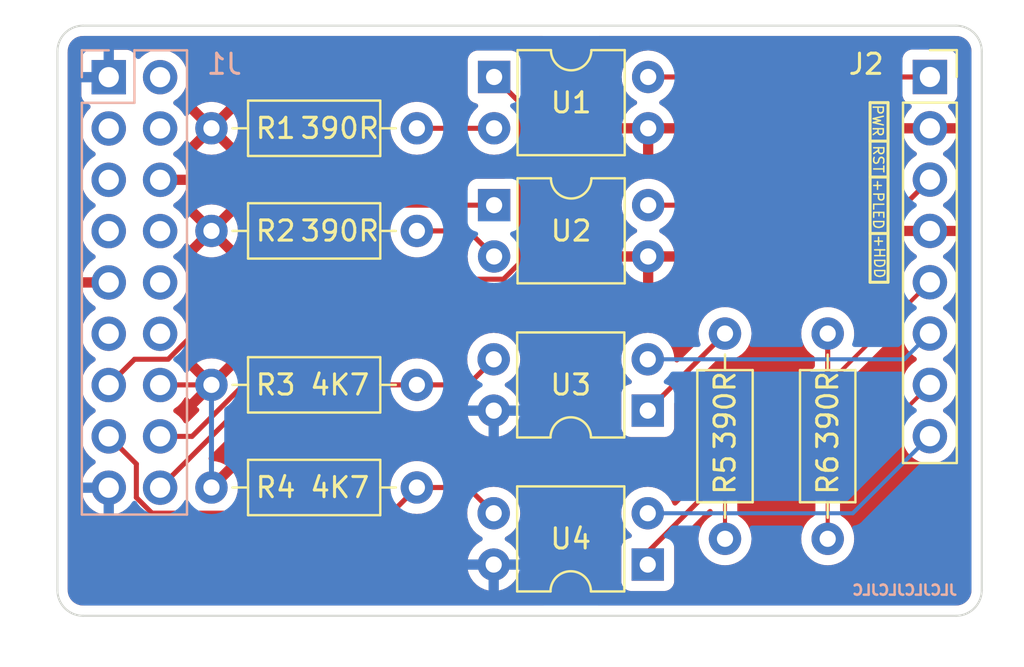
<source format=kicad_pcb>
(kicad_pcb (version 20211014) (generator pcbnew)
  (layers (0 "F.Cu" signal) (31 "B.Cu" signal) (34 "B.Paste" user) (35 "F.Paste" user) (36 "B.SilkS" user "B.Silkscreen") (37 "F.SilkS" user "F.Silkscreen") (38 "B.Mask" user) (39 "F.Mask" user) (44 "Edge.Cuts" user))
  (net 0 "")
  (net 1 "+3V3")
  (net 5 "GND1")
  (net 9 "PLED")
  (net 10 "IDLE_LED")
  (net 12 "RSTSW")
  (net 15 "PWRSW")
  (net 16 "Net-(R1-Pad2)")
  (net 17 "Net-(R2-Pad2)")
  (net 18 "PWR+")
  (net 19 "GND2")
  (net 20 "RST+")
  (net 21 "PLED+")
  (net 22 "PLED-")
  (net 23 "IDLE_LED+")
  (net 24 "IDLE_LED-")
  (net 25 "Net-(R5-Pad1)")
  (net 26 "Net-(R6-Pad1)")
  (footprint "Package_DIP:DIP-4_W7.62mm" (layer "F.Cu") (at 57.14 44.455 180)
    (fp_text reference "U3" (at 3.81 1.275) (layer "F.SilkS"))
    (fp_text value "TLP222A")
    (fp_line (start 1.16 -1.33) (end 1.16 3.87) (layer "F.SilkS") (width 0.12))
    (fp_line (start 1.16 3.87) (end 6.46 3.87) (layer "F.SilkS") (width 0.12))
    (fp_line (start 6.46 -1.33) (end 4.81 -1.33) (layer "F.SilkS") (width 0.12))
    (fp_line (start 6.46 3.87) (end 6.46 -1.33) (layer "F.SilkS") (width 0.12))
    (fp_line (start 2.81 -1.33) (end 1.16 -1.33) (layer "F.SilkS") (width 0.12))
    (fp_arc (start 4.81 -1.33) (mid 3.81 -0.33) (end 2.81 -1.33) (layer "F.SilkS") (width 0.12))
    (pad "1" thru_hole rect (at 0 0 180) (size 1.6 1.6) (drill 0.8) (layers *.Cu *.Mask) (net 25 "Net-(R5-Pad1)"))
    (pad "2" thru_hole oval (at 0 2.54 180) (size 1.6 1.6) (drill 0.8) (layers *.Cu *.Mask) (net 22 "PLED-"))
    (pad "3" thru_hole oval (at 7.62 2.54 180) (size 1.6 1.6) (drill 0.8) (layers *.Cu *.Mask) (net 9 "PLED"))
    (pad "4" thru_hole oval (at 7.62 0 180) (size 1.6 1.6) (drill 0.8) (layers *.Cu *.Mask) (net 1 "+3V3"))
  )
  (footprint "Connector_PinSocket_2.54mm:PinSocket_1x08_P2.54mm_Vertical" (layer "F.Cu") (at 71.095 27.94)
    (fp_text reference "J2" (at -3.15 -0.635) (layer "F.SilkS"))
    (fp_text value "Conn_01x08")
    (fp_line (start 1.33 1.27) (end 1.33 19.11) (layer "F.SilkS") (width 0.12))
    (fp_line (start 0 -1.33) (end 1.33 -1.33) (layer "F.SilkS") (width 0.12))
    (fp_line (start 1.33 -1.33) (end 1.33 0) (layer "F.SilkS") (width 0.12))
    (fp_line (start -1.33 19.11) (end 1.33 19.11) (layer "F.SilkS") (width 0.12))
    (fp_line (start -1.33 1.27) (end 1.33 1.27) (layer "F.SilkS") (width 0.12))
    (fp_line (start -1.33 1.27) (end -1.33 19.11) (layer "F.SilkS") (width 0.12))
    (pad "1" thru_hole rect (at 0 0) (size 1.7 1.7) (drill 1) (layers *.Cu *.Mask) (net 18 "PWR+"))
    (pad "2" thru_hole oval (at 0 2.54) (size 1.7 1.7) (drill 1) (layers *.Cu *.Mask) (net 19 "GND2"))
    (pad "3" thru_hole oval (at 0 5.08) (size 1.7 1.7) (drill 1) (layers *.Cu *.Mask) (net 20 "RST+"))
    (pad "4" thru_hole oval (at 0 7.62) (size 1.7 1.7) (drill 1) (layers *.Cu *.Mask) (net 19 "GND2"))
    (pad "5" thru_hole oval (at 0 10.16) (size 1.7 1.7) (drill 1) (layers *.Cu *.Mask) (net 21 "PLED+"))
    (pad "6" thru_hole oval (at 0 12.7) (size 1.7 1.7) (drill 1) (layers *.Cu *.Mask) (net 22 "PLED-"))
    (pad "7" thru_hole oval (at 0 15.24) (size 1.7 1.7) (drill 1) (layers *.Cu *.Mask) (net 23 "IDLE_LED+"))
    (pad "8" thru_hole oval (at 0 17.78) (size 1.7 1.7) (drill 1) (layers *.Cu *.Mask) (net 24 "IDLE_LED-"))
  )
  (footprint "Resistor_THT:R_Axial_DIN0207_L6.3mm_D2.5mm_P10.16mm_Horizontal" (layer "F.Cu") (at 35.56 43.18)
    (fp_text reference "R3" (at 3.175 0) (layer "F.SilkS"))
    (fp_text value "4K7" (at 6.35 0) (layer "F.SilkS"))
    (fp_line (start 8.35 1.37) (end 8.35 -1.37) (layer "F.SilkS") (width 0.12))
    (fp_line (start 1.81 1.37) (end 8.35 1.37) (layer "F.SilkS") (width 0.12))
    (fp_line (start 1.04 0) (end 1.81 0) (layer "F.SilkS") (width 0.12))
    (fp_line (start 8.35 -1.37) (end 1.81 -1.37) (layer "F.SilkS") (width 0.12))
    (fp_line (start 1.81 -1.37) (end 1.81 1.37) (layer "F.SilkS") (width 0.12))
    (fp_line (start 9.12 0) (end 8.35 0) (layer "F.SilkS") (width 0.12))
    (pad "1" thru_hole circle (at 0 0) (size 1.6 1.6) (drill 0.8) (layers *.Cu *.Mask) (net 5 "GND1"))
    (pad "2" thru_hole oval (at 10.16 0) (size 1.6 1.6) (drill 0.8) (layers *.Cu *.Mask) (net 9 "PLED"))
  )
  (footprint "Resistor_THT:R_Axial_DIN0207_L6.3mm_D2.5mm_P10.16mm_Horizontal" (layer "F.Cu") (at 35.56 30.48)
    (fp_text reference "R1" (at 3.175 0) (layer "F.SilkS"))
    (fp_text value "390R" (at 6.35 0) (layer "F.SilkS"))
    (fp_line (start 8.35 1.37) (end 8.35 -1.37) (layer "F.SilkS") (width 0.12))
    (fp_line (start 1.81 -1.37) (end 1.81 1.37) (layer "F.SilkS") (width 0.12))
    (fp_line (start 9.12 0) (end 8.35 0) (layer "F.SilkS") (width 0.12))
    (fp_line (start 1.04 0) (end 1.81 0) (layer "F.SilkS") (width 0.12))
    (fp_line (start 8.35 -1.37) (end 1.81 -1.37) (layer "F.SilkS") (width 0.12))
    (fp_line (start 1.81 1.37) (end 8.35 1.37) (layer "F.SilkS") (width 0.12))
    (pad "1" thru_hole circle (at 0 0) (size 1.6 1.6) (drill 0.8) (layers *.Cu *.Mask) (net 5 "GND1"))
    (pad "2" thru_hole oval (at 10.16 0) (size 1.6 1.6) (drill 0.8) (layers *.Cu *.Mask) (net 16 "Net-(R1-Pad2)"))
  )
  (footprint "Package_DIP:DIP-4_W7.62mm" (layer "F.Cu") (at 49.54 27.94)
    (fp_text reference "U1" (at 3.81 1.275) (layer "F.SilkS"))
    (fp_text value "TLP222A")
    (fp_line (start 6.46 3.87) (end 6.46 -1.33) (layer "F.SilkS") (width 0.12))
    (fp_line (start 6.46 -1.33) (end 4.81 -1.33) (layer "F.SilkS") (width 0.12))
    (fp_line (start 1.16 -1.33) (end 1.16 3.87) (layer "F.SilkS") (width 0.12))
    (fp_line (start 1.16 3.87) (end 6.46 3.87) (layer "F.SilkS") (width 0.12))
    (fp_line (start 2.81 -1.33) (end 1.16 -1.33) (layer "F.SilkS") (width 0.12))
    (fp_arc (start 4.81 -1.33) (mid 3.81 -0.33) (end 2.81 -1.33) (layer "F.SilkS") (width 0.12))
    (pad "1" thru_hole rect (at 0 0) (size 1.6 1.6) (drill 0.8) (layers *.Cu *.Mask) (net 15 "PWRSW"))
    (pad "2" thru_hole oval (at 0 2.54) (size 1.6 1.6) (drill 0.8) (layers *.Cu *.Mask) (net 16 "Net-(R1-Pad2)"))
    (pad "3" thru_hole oval (at 7.62 2.54) (size 1.6 1.6) (drill 0.8) (layers *.Cu *.Mask) (net 19 "GND2"))
    (pad "4" thru_hole oval (at 7.62 0) (size 1.6 1.6) (drill 0.8) (layers *.Cu *.Mask) (net 18 "PWR+"))
  )
  (footprint "Package_DIP:DIP-4_W7.62mm" (layer "F.Cu") (at 57.14 52.075 180)
    (fp_text reference "U4" (at 3.81 1.275) (layer "F.SilkS"))
    (fp_text value "TLP222A")
    (fp_line (start 2.81 -1.33) (end 1.16 -1.33) (layer "F.SilkS") (width 0.12))
    (fp_line (start 1.16 3.87) (end 6.46 3.87) (layer "F.SilkS") (width 0.12))
    (fp_line (start 6.46 -1.33) (end 4.81 -1.33) (layer "F.SilkS") (width 0.12))
    (fp_line (start 1.16 -1.33) (end 1.16 3.87) (layer "F.SilkS") (width 0.12))
    (fp_line (start 6.46 3.87) (end 6.46 -1.33) (layer "F.SilkS") (width 0.12))
    (fp_arc (start 4.81 -1.33) (mid 3.81 -0.33) (end 2.81 -1.33) (layer "F.SilkS") (width 0.12))
    (pad "1" thru_hole rect (at 0 0 180) (size 1.6 1.6) (drill 0.8) (layers *.Cu *.Mask) (net 26 "Net-(R6-Pad1)"))
    (pad "2" thru_hole oval (at 0 2.54 180) (size 1.6 1.6) (drill 0.8) (layers *.Cu *.Mask) (net 24 "IDLE_LED-"))
    (pad "3" thru_hole oval (at 7.62 2.54 180) (size 1.6 1.6) (drill 0.8) (layers *.Cu *.Mask) (net 10 "IDLE_LED"))
    (pad "4" thru_hole oval (at 7.62 0 180) (size 1.6 1.6) (drill 0.8) (layers *.Cu *.Mask) (net 1 "+3V3"))
  )
  (footprint "Resistor_THT:R_Axial_DIN0207_L6.3mm_D2.5mm_P10.16mm_Horizontal" (layer "F.Cu") (at 66.04 40.64 -90)
    (fp_text reference "R6" (at 6.985 0 90) (layer "F.SilkS"))
    (fp_text value "390R" (at 3.81 0 90) (layer "F.SilkS"))
    (fp_line (start 9.12 0) (end 8.35 0) (layer "F.SilkS") (width 0.12))
    (fp_line (start 8.35 -1.37) (end 1.81 -1.37) (layer "F.SilkS") (width 0.12))
    (fp_line (start 1.04 0) (end 1.81 0) (layer "F.SilkS") (width 0.12))
    (fp_line (start 1.81 -1.37) (end 1.81 1.37) (layer "F.SilkS") (width 0.12))
    (fp_line (start 8.35 1.37) (end 8.35 -1.37) (layer "F.SilkS") (width 0.12))
    (fp_line (start 1.81 1.37) (end 8.35 1.37) (layer "F.SilkS") (width 0.12))
    (pad "1" thru_hole circle (at 0 0 270) (size 1.6 1.6) (drill 0.8) (layers *.Cu *.Mask) (net 26 "Net-(R6-Pad1)"))
    (pad "2" thru_hole oval (at 10.16 0 270) (size 1.6 1.6) (drill 0.8) (layers *.Cu *.Mask) (net 23 "IDLE_LED+"))
  )
  (footprint "Resistor_THT:R_Axial_DIN0207_L6.3mm_D2.5mm_P10.16mm_Horizontal" (layer "F.Cu") (at 35.56 35.56)
    (fp_text reference "R2" (at 3.175 0) (layer "F.SilkS"))
    (fp_text value "390R" (at 6.35 0) (layer "F.SilkS"))
    (fp_line (start 8.35 -1.37) (end 1.81 -1.37) (layer "F.SilkS") (width 0.12))
    (fp_line (start 1.04 0) (end 1.81 0) (layer "F.SilkS") (width 0.12))
    (fp_line (start 8.35 1.37) (end 8.35 -1.37) (layer "F.SilkS") (width 0.12))
    (fp_line (start 1.81 1.37) (end 8.35 1.37) (layer "F.SilkS") (width 0.12))
    (fp_line (start 1.81 -1.37) (end 1.81 1.37) (layer "F.SilkS") (width 0.12))
    (fp_line (start 9.12 0) (end 8.35 0) (layer "F.SilkS") (width 0.12))
    (pad "1" thru_hole circle (at 0 0) (size 1.6 1.6) (drill 0.8) (layers *.Cu *.Mask) (net 5 "GND1"))
    (pad "2" thru_hole oval (at 10.16 0) (size 1.6 1.6) (drill 0.8) (layers *.Cu *.Mask) (net 17 "Net-(R2-Pad2)"))
  )
  (footprint "Resistor_THT:R_Axial_DIN0207_L6.3mm_D2.5mm_P10.16mm_Horizontal" (layer "F.Cu") (at 60.96 40.64 -90)
    (fp_text reference "R5" (at 6.985 0 90) (layer "F.SilkS"))
    (fp_text value "390R" (at 3.81 0 90) (layer "F.SilkS"))
    (fp_line (start 1.81 -1.37) (end 1.81 1.37) (layer "F.SilkS") (width 0.12))
    (fp_line (start 8.35 1.37) (end 8.35 -1.37) (layer "F.SilkS") (width 0.12))
    (fp_line (start 1.81 1.37) (end 8.35 1.37) (layer "F.SilkS") (width 0.12))
    (fp_line (start 9.12 0) (end 8.35 0) (layer "F.SilkS") (width 0.12))
    (fp_line (start 1.04 0) (end 1.81 0) (layer "F.SilkS") (width 0.12))
    (fp_line (start 8.35 -1.37) (end 1.81 -1.37) (layer "F.SilkS") (width 0.12))
    (pad "1" thru_hole circle (at 0 0 270) (size 1.6 1.6) (drill 0.8) (layers *.Cu *.Mask) (net 25 "Net-(R5-Pad1)"))
    (pad "2" thru_hole oval (at 10.16 0 270) (size 1.6 1.6) (drill 0.8) (layers *.Cu *.Mask) (net 21 "PLED+"))
  )
  (footprint "Package_DIP:DIP-4_W7.62mm" (layer "F.Cu") (at 49.54 34.285)
    (fp_text reference "U2" (at 3.81 1.275) (layer "F.SilkS"))
    (fp_text value "TLP222A")
    (fp_line (start 1.16 3.87) (end 6.46 3.87) (layer "F.SilkS") (width 0.12))
    (fp_line (start 6.46 -1.33) (end 4.81 -1.33) (layer "F.SilkS") (width 0.12))
    (fp_line (start 2.81 -1.33) (end 1.16 -1.33) (layer "F.SilkS") (width 0.12))
    (fp_line (start 6.46 3.87) (end 6.46 -1.33) (layer "F.SilkS") (width 0.12))
    (fp_line (start 1.16 -1.33) (end 1.16 3.87) (layer "F.SilkS") (width 0.12))
    (fp_arc (start 4.81 -1.33) (mid 3.81 -0.33) (end 2.81 -1.33) (layer "F.SilkS") (width 0.12))
    (pad "1" thru_hole rect (at 0 0) (size 1.6 1.6) (drill 0.8) (layers *.Cu *.Mask) (net 12 "RSTSW"))
    (pad "2" thru_hole oval (at 0 2.54) (size 1.6 1.6) (drill 0.8) (layers *.Cu *.Mask) (net 17 "Net-(R2-Pad2)"))
    (pad "3" thru_hole oval (at 7.62 2.54) (size 1.6 1.6) (drill 0.8) (layers *.Cu *.Mask) (net 19 "GND2"))
    (pad "4" thru_hole oval (at 7.62 0) (size 1.6 1.6) (drill 0.8) (layers *.Cu *.Mask) (net 20 "RST+"))
  )
  (footprint "Resistor_THT:R_Axial_DIN0207_L6.3mm_D2.5mm_P10.16mm_Horizontal" (layer "F.Cu") (at 35.56 48.26)
    (fp_text reference "R4" (at 3.175 0) (layer "F.SilkS"))
    (fp_text value "4K7" (at 6.35 0) (layer "F.SilkS"))
    (fp_line (start 8.35 1.37) (end 8.35 -1.37) (layer "F.SilkS") (width 0.12))
    (fp_line (start 9.12 0) (end 8.35 0) (layer "F.SilkS") (width 0.12))
    (fp_line (start 1.04 0) (end 1.81 0) (layer "F.SilkS") (width 0.12))
    (fp_line (start 1.81 1.37) (end 8.35 1.37) (layer "F.SilkS") (width 0.12))
    (fp_line (start 8.35 -1.37) (end 1.81 -1.37) (layer "F.SilkS") (width 0.12))
    (fp_line (start 1.81 -1.37) (end 1.81 1.37) (layer "F.SilkS") (width 0.12))
    (pad "1" thru_hole circle (at 0 0) (size 1.6 1.6) (drill 0.8) (layers *.Cu *.Mask) (net 5 "GND1"))
    (pad "2" thru_hole oval (at 10.16 0) (size 1.6 1.6) (drill 0.8) (layers *.Cu *.Mask) (net 10 "IDLE_LED"))
  )
  (footprint "Connector_PinSocket_2.54mm:PinSocket_2x09_P2.54mm_Vertical" (layer "B.Cu") (at 30.48 27.95 180)
    (fp_text reference "J1" (at -5.715 0.645) (layer "B.SilkS") (effects (justify mirror)))
    (fp_text value "Raspberry_Pi_2_3")
    (fp_line (start -3.87 1.33) (end -3.87 -21.65) (layer "B.SilkS") (width 0.12))
    (fp_line (start 1.33 -1.27) (end 1.33 -21.65) (layer "B.SilkS") (width 0.12))
    (fp_line (start -1.27 1.33) (end -1.27 -1.27) (layer "B.SilkS") (width 0.12))
    (fp_line (start -3.87 1.33) (end -1.27 1.33) (layer "B.SilkS") (width 0.12))
    (fp_line (start 0 1.33) (end 1.33 1.33) (layer "B.SilkS") (width 0.12))
    (fp_line (start -1.27 -1.27) (end 1.33 -1.27) (layer "B.SilkS") (width 0.12))
    (fp_line (start 1.33 1.33) (end 1.33 0) (layer "B.SilkS") (width 0.12))
    (fp_line (start -3.87 -21.65) (end 1.33 -21.65) (layer "B.SilkS") (width 0.12))
    (pad "1" thru_hole rect (at 0 0 180) (size 1.7 1.7) (drill 1) (layers *.Cu *.Mask) (net 1 "+3V3"))
    (pad "2" thru_hole oval (at -2.54 0 180) (size 1.7 1.7) (drill 1) (layers *.Cu *.Mask))
    (pad "3" thru_hole oval (at 0 -2.54 180) (size 1.7 1.7) (drill 1) (layers *.Cu *.Mask))
    (pad "4" thru_hole oval (at -2.54 -2.54 180) (size 1.7 1.7) (drill 1) (layers *.Cu *.Mask))
    (pad "5" thru_hole oval (at 0 -5.08 180) (size 1.7 1.7) (drill 1) (layers *.Cu *.Mask))
    (pad "6" thru_hole oval (at -2.54 -5.08 180) (size 1.7 1.7) (drill 1) (layers *.Cu *.Mask) (net 5 "GND1"))
    (pad "7" thru_hole oval (at 0 -7.62 180) (size 1.7 1.7) (drill 1) (layers *.Cu *.Mask))
    (pad "8" thru_hole oval (at -2.54 -7.62 180) (size 1.7 1.7) (drill 1) (layers *.Cu *.Mask))
    (pad "9" thru_hole oval (at 0 -10.16 180) (size 1.7 1.7) (drill 1) (layers *.Cu *.Mask) (net 5 "GND1"))
    (pad "10" thru_hole oval (at -2.54 -10.16 180) (size 1.7 1.7) (drill 1) (layers *.Cu *.Mask))
    (pad "11" thru_hole oval (at 0 -12.7 180) (size 1.7 1.7) (drill 1) (layers *.Cu *.Mask))
    (pad "12" thru_hole oval (at -2.54 -12.7 180) (size 1.7 1.7) (drill 1) (layers *.Cu *.Mask))
    (pad "13" thru_hole oval (at 0 -15.24 180) (size 1.7 1.7) (drill 1) (layers *.Cu *.Mask) (net 12 "RSTSW"))
    (pad "14" thru_hole oval (at -2.54 -15.24 180) (size 1.7 1.7) (drill 1) (layers *.Cu *.Mask) (net 5 "GND1"))
    (pad "15" thru_hole oval (at 0 -17.78 180) (size 1.7 1.7) (drill 1) (layers *.Cu *.Mask) (net 10 "IDLE_LED"))
    (pad "16" thru_hole oval (at -2.54 -17.78 180) (size 1.7 1.7) (drill 1) (layers *.Cu *.Mask) (net 15 "PWRSW"))
    (pad "17" thru_hole oval (at 0 -20.32 180) (size 1.7 1.7) (drill 1) (layers *.Cu *.Mask) (net 1 "+3V3"))
    (pad "18" thru_hole oval (at -2.54 -20.32 180) (size 1.7 1.7) (drill 1) (layers *.Cu *.Mask) (net 9 "PLED"))
  )
  (gr_line (start 69.0245 29.21) (end 68.1355 29.21) (layer "F.SilkS") (width 0.15))
  (gr_line (start 68.1355 38.1) (end 69.0245 38.1) (layer "F.SilkS") (width 0.15))
  (gr_line (start 69.0245 38.1) (end 69.0245 29.21) (layer "F.SilkS") (width 0.15))
  (gr_line (start 68.1355 32.893) (end 69.0245 32.893) (layer "F.SilkS") (width 0.15))
  (gr_line (start 68.1355 29.21) (end 68.1355 38.1) (layer "F.SilkS") (width 0.15))
  (gr_line (start 68.1355 31.115) (end 69.0245 31.115) (layer "F.SilkS") (width 0.15))
  (gr_line (start 68.1355 35.687) (end 69.0245 35.687) (layer "F.SilkS") (width 0.15))
  (gr_arc (start 72.39 25.4) (mid 73.288026 25.771974) (end 73.66 26.67) (layer "Edge.Cuts") (width 0.1))
  (gr_line (start 72.39 25.4) (end 29.21 25.4) (layer "Edge.Cuts") (width 0.1))
  (gr_arc (start 73.66 53.34) (mid 73.288026 54.238026) (end 72.39 54.61) (layer "Edge.Cuts") (width 0.1))
  (gr_arc (start 29.21 54.61) (mid 28.311974 54.238026) (end 27.94 53.34) (layer "Edge.Cuts") (width 0.1))
  (gr_line (start 29.21 54.61) (end 72.39 54.61) (layer "Edge.Cuts") (width 0.1))
  (gr_arc (start 27.94 26.67) (mid 28.311974 25.771974) (end 29.21 25.4) (layer "Edge.Cuts") (width 0.1))
  (gr_line (start 73.66 53.34) (end 73.66 26.67) (layer "Edge.Cuts") (width 0.1))
  (gr_line (start 27.94 26.67) (end 27.94 53.34) (layer "Edge.Cuts") (width 0.1))
  (gr_text "JLCJLCJLCJLC" (at 69.85 53.34) (layer "B.SilkS") (effects (font (size 0.5 0.5) (thickness 0.125)) (justify mirror)))
  (gr_text "RST" (at 68.5419 32.004 270) (layer "F.SilkS") (effects (font (size 0.5 0.5) (thickness 0.075))))
  (gr_text "PWR" (at 68.5165 30.099 270) (layer "F.SilkS") (effects (font (size 0.5 0.5) (thickness 0.075))))
  (gr_text "+PLED" (at 68.5419 34.2392 270) (layer "F.SilkS") (effects (font (size 0.5 0.5) (thickness 0.075))))
  (gr_text "+HDD" (at 68.5927 36.83 270) (layer "F.SilkS") (effects (font (size 0.5 0.5) (thickness 0.075))))
  (segment (start 33.03 43.18) (end 33.02 43.19) (width 0.25) (layer "F.Cu") (net 5))
  (segment (start 35.56 43.18) (end 33.03 43.18) (width 0.25) (layer "F.Cu") (net 5))
  (segment (start 35.56 43.18) (end 35.56 48.26) (width 0.25) (layer "B.Cu") (net 5))
  (segment (start 33.02 48.27) (end 38.11 43.18) (width 0.25) (layer "F.Cu") (net 9))
  (segment (start 45.72 43.18) (end 48.255 43.18) (width 0.25) (layer "F.Cu") (net 9))
  (segment (start 38.11 43.18) (end 45.72 43.18) (width 0.25) (layer "F.Cu") (net 9))
  (segment (start 48.255 43.18) (end 49.52 41.915) (width 0.25) (layer "F.Cu") (net 9))
  (segment (start 31.845489 48.756499) (end 32.61899 49.53) (width 0.25) (layer "F.Cu") (net 10))
  (segment (start 30.48 45.73) (end 31.845489 47.095489) (width 0.25) (layer "F.Cu") (net 10))
  (segment (start 45.72 48.26) (end 48.245 48.26) (width 0.25) (layer "F.Cu") (net 10))
  (segment (start 31.845489 47.095489) (end 31.845489 48.756499) (width 0.25) (layer "F.Cu") (net 10))
  (segment (start 44.45 49.53) (end 45.72 48.26) (width 0.25) (layer "F.Cu") (net 10))
  (segment (start 32.61899 49.53) (end 44.45 49.53) (width 0.25) (layer "F.Cu") (net 10))
  (segment (start 48.245 48.26) (end 49.52 49.535) (width 0.25) (layer "F.Cu") (net 10))
  (segment (start 41.04601 34.285) (end 33.42101 41.91) (width 0.25) (layer "F.Cu") (net 12))
  (segment (start 49.54 34.285) (end 41.04601 34.285) (width 0.25) (layer "F.Cu") (net 12))
  (segment (start 33.42101 41.91) (end 31.76 41.91) (width 0.25) (layer "F.Cu") (net 12))
  (segment (start 31.76 41.91) (end 30.48 43.19) (width 0.25) (layer "F.Cu") (net 12))
  (segment (start 33.02 45.73) (end 34.6003 45.73) (width 0.25) (layer "F.Cu") (net 15))
  (segment (start 34.6003 45.73) (end 42.380789 37.949511) (width 0.25) (layer "F.Cu") (net 15))
  (segment (start 50.005789 37.949511) (end 50.8 37.1553) (width 0.25) (layer "F.Cu") (net 15))
  (segment (start 50.8 29.2) (end 49.54 27.94) (width 0.25) (layer "F.Cu") (net 15))
  (segment (start 50.8 37.1553) (end 50.8 29.2) (width 0.25) (layer "F.Cu") (net 15))
  (segment (start 42.380789 37.949511) (end 50.005789 37.949511) (width 0.25) (layer "F.Cu") (net 15))
  (segment (start 45.72 30.48) (end 49.54 30.48) (width 0.25) (layer "F.Cu") (net 16))
  (segment (start 45.72 35.56) (end 48.275 35.56) (width 0.25) (layer "F.Cu") (net 17))
  (segment (start 48.275 35.56) (end 49.54 36.825) (width 0.25) (layer "F.Cu") (net 17))
  (segment (start 57.16 27.94) (end 71.095 27.94) (width 0.25) (layer "F.Cu") (net 18))
  (segment (start 57.16 34.285) (end 69.83 34.285) (width 0.25) (layer "F.Cu") (net 20))
  (segment (start 69.83 34.285) (end 71.095 33.02) (width 0.25) (layer "F.Cu") (net 20))
  (segment (start 60.96 48.235) (end 71.095 38.1) (width 0.2) (layer "F.Cu") (net 21))
  (segment (start 60.96 50.8) (end 60.96 48.235) (width 0.2) (layer "F.Cu") (net 21))
  (segment (start 57.14 41.915) (end 69.82 41.915) (width 0.2) (layer "B.Cu") (net 22))
  (segment (start 69.82 41.915) (end 71.095 40.64) (width 0.2) (layer "B.Cu") (net 22))
  (segment (start 66.04 48.235) (end 71.095 43.18) (width 0.2) (layer "F.Cu") (net 23))
  (segment (start 66.04 50.8) (end 66.04 48.235) (width 0.2) (layer "F.Cu") (net 23))
  (segment (start 67.28 49.535) (end 71.095 45.72) (width 0.2) (layer "B.Cu") (net 24))
  (segment (start 57.14 49.535) (end 67.28 49.535) (width 0.2) (layer "B.Cu") (net 24))
  (segment (start 57.145 44.455) (end 60.96 40.64) (width 0.25) (layer "F.Cu") (net 25))
  (segment (start 57.14 44.455) (end 57.145 44.455) (width 0.25) (layer "F.Cu") (net 25))
  (segment (start 57.14 51.454638) (end 66.04 42.554638) (width 0.25) (layer "F.Cu") (net 26))
  (segment (start 57.14 52.075) (end 57.14 51.454638) (width 0.25) (layer "F.Cu") (net 26))
  (segment (start 66.04 42.554638) (end 66.04 40.64) (width 0.25) (layer "F.Cu") (net 26))
  (zone (net 19) (net_name "GND2") (layer "F.Cu") (connect_pads (clearance 0.508)) (min_thickness 0.254) (fill yes (thermal_gap 0.508) (thermal_bridge_width 0.508))
    (polygon (pts (xy 74.93 57.15) (xy 54.61 57.15) (xy 54.61 24.13) (xy 74.93 24.13)))
  )
  (zone (net 5) (net_name "GND1") (layer "F.Cu") (connect_pads (clearance 0.508)) (min_thickness 0.254) (fill yes (thermal_gap 0.508) (thermal_bridge_width 0.508))
    (polygon (pts (xy 52.07 57.15) (xy 25.4 57.15) (xy 25.4 24.13) (xy 52.07 24.13)))
  )
  (zone (net 1) (net_name "+3V3") (layer "B.Cu") (connect_pads (clearance 0.508)) (min_thickness 0.254) (fill yes (thermal_gap 0.508) (thermal_bridge_width 0.508))
    (polygon (pts (xy 74.93 57.15) (xy 25.4 57.15) (xy 25.4 24.13) (xy 74.93 24.13)))
  )
)
</source>
